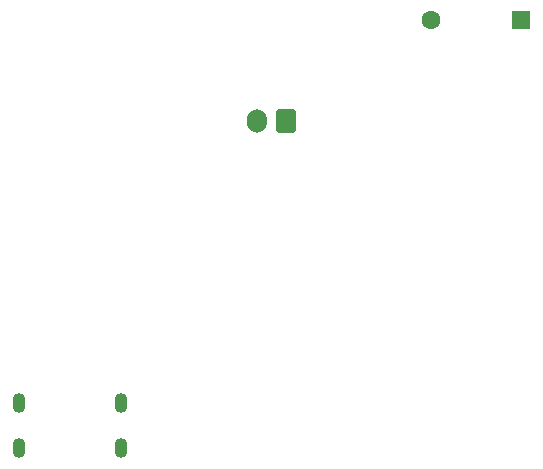
<source format=gbr>
%TF.GenerationSoftware,KiCad,Pcbnew,9.0.0*%
%TF.CreationDate,2025-03-05T18:06:53-05:00*%
%TF.ProjectId,LumiGuard,4c756d69-4775-4617-9264-2e6b69636164,Ing.IsmelArab*%
%TF.SameCoordinates,Original*%
%TF.FileFunction,Soldermask,Bot*%
%TF.FilePolarity,Negative*%
%FSLAX46Y46*%
G04 Gerber Fmt 4.6, Leading zero omitted, Abs format (unit mm)*
G04 Created by KiCad (PCBNEW 9.0.0) date 2025-03-05 18:06:53*
%MOMM*%
%LPD*%
G01*
G04 APERTURE LIST*
G04 Aperture macros list*
%AMRoundRect*
0 Rectangle with rounded corners*
0 $1 Rounding radius*
0 $2 $3 $4 $5 $6 $7 $8 $9 X,Y pos of 4 corners*
0 Add a 4 corners polygon primitive as box body*
4,1,4,$2,$3,$4,$5,$6,$7,$8,$9,$2,$3,0*
0 Add four circle primitives for the rounded corners*
1,1,$1+$1,$2,$3*
1,1,$1+$1,$4,$5*
1,1,$1+$1,$6,$7*
1,1,$1+$1,$8,$9*
0 Add four rect primitives between the rounded corners*
20,1,$1+$1,$2,$3,$4,$5,0*
20,1,$1+$1,$4,$5,$6,$7,0*
20,1,$1+$1,$6,$7,$8,$9,0*
20,1,$1+$1,$8,$9,$2,$3,0*%
G04 Aperture macros list end*
%ADD10O,1.100000X1.700000*%
%ADD11RoundRect,0.250000X0.600000X0.750000X-0.600000X0.750000X-0.600000X-0.750000X0.600000X-0.750000X0*%
%ADD12O,1.700000X2.000000*%
%ADD13R,1.600000X1.600000*%
%ADD14C,1.600000*%
G04 APERTURE END LIST*
D10*
%TO.C,J2*%
X116360000Y-129200000D03*
X116360000Y-133000000D03*
X125000000Y-129200000D03*
X125000000Y-133000000D03*
%TD*%
D11*
%TO.C,J1*%
X138950000Y-105300000D03*
D12*
X136450000Y-105300000D03*
%TD*%
D13*
%TO.C,BZ1*%
X158800000Y-96800000D03*
D14*
X151200000Y-96800000D03*
%TD*%
M02*

</source>
